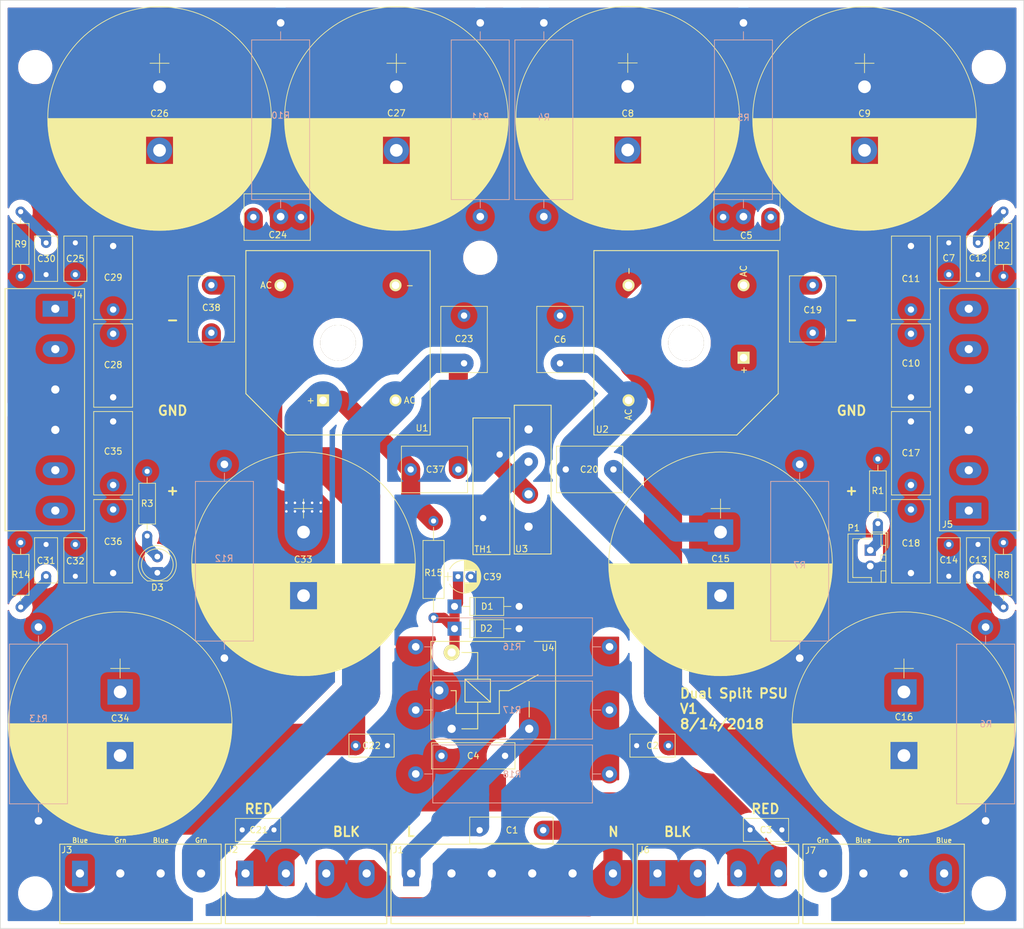
<source format=kicad_pcb>
(kicad_pcb (version 4) (host pcbnew 4.0.7-e2-6376~58~ubuntu16.04.1)
  (layers (0 F.Cu signal) (31 B.Cu signal) (34 B.Paste user) (35 F.Paste user) (36 B.SilkS user) (37 F.SilkS user) (38 B.Mask user hide) (39 F.Mask user hide) (44 Edge.Cuts user))
  (net 0 "")
  (net 1 "Net-(C1-Pad1)")
  (net 2 "Net-(C1-Pad2)")
  (net 3 "Net-(C4-Pad1)")
  (net 4 GND)
  (net 5 VEE)
  (net 6 VCC)
  (net 7 Earth)
  (net 8 "Net-(D3-Pad2)")
  (net 9 "Net-(C19-Pad1)")
  (net 10 "Net-(C20-Pad2)")
  (net 11 VSS)
  (net 12 "Net-(C12-Pad2)")
  (net 13 "Net-(C13-Pad1)")
  (net 14 VDD)
  (net 15 "Net-(C21-Pad1)")
  (net 16 "Net-(C22-Pad1)")
  (net 17 "Net-(C30-Pad2)")
  (net 18 "Net-(C31-Pad1)")
  (net 19 "Net-(C39-Pad1)")
  (net 20 "Net-(P1-Pad1)")
  (module Mounting_Holes:MountingHole_3.2mm_M3_ISO14580 (layer F.Cu) (at 48.4 156.95)
    (fp_text reference REF** hide)
    (fp_text value MountingHole_3.2mm_M3_ISO14580)
    (pad 1 np_thru_hole circle (at 0 0) (size 3.2 3.2) (drill 3.2) (layers *.Cu *.Mask))
  )
  (module Mounting_Holes:MountingHole_3.2mm_M3_ISO14580 (layer F.Cu) (at 118.4 56.95)
    (fp_text reference REF** hide)
    (fp_text value MountingHole_3.2mm_M3_ISO14580)
    (pad 1 np_thru_hole circle (at 0 0) (size 3.2 3.2) (drill 3.2) (layers *.Cu *.Mask))
  )
  (module Mounting_Holes:MountingHole_3.2mm_M3_ISO14580 (layer F.Cu) (at 198.4 26.95)
    (fp_text reference REF** hide)
    (fp_text value MountingHole_3.2mm_M3_ISO14580)
    (pad 1 np_thru_hole circle (at 0 0) (size 3.2 3.2) (drill 3.2) (layers *.Cu *.Mask))
  )
  (module Mounting_Holes:MountingHole_3.2mm_M3_ISO14580 (layer F.Cu) (at 198.4 156.95)
    (fp_text reference REF** hide)
    (fp_text value MountingHole_3.2mm_M3_ISO14580)
    (pad 1 np_thru_hole circle (at 0 0) (size 3.2 3.2) (drill 3.2) (layers *.Cu *.Mask))
  )
  (module Mounting_Holes:MountingHole_3.2mm_M3_ISO14580 (layer F.Cu) (at 48.4 26.95)
    (fp_text reference REF** hide)
    (fp_text value MountingHole_3.2mm_M3_ISO14580)
    (pad 1 np_thru_hole circle (at 0 0) (size 3.2 3.2) (drill 3.2) (layers *.Cu *.Mask))
  )
  (module Capacitors_THT:C_Rect_L13.0mm_W4.0mm_P10.00mm_FKS3_FKP3_MKS4 (layer F.Cu) (at 128.3 147 180)
    (fp_text reference C1 (at 4.9 0 180) (layer F.SilkS))
    (fp_text value 0.01uF/400V)
    (pad 1 thru_hole circle (at 0 0 180) (size 2 2) (drill 1) (layers *.Cu *.Mask) (net 1 "Net-(C1-Pad1)"))
    (pad 2 thru_hole circle (at 10 0 180) (size 2 2) (drill 1) (layers *.Cu *.Mask) (net 2 "Net-(C1-Pad2)"))
  )
  (module Capacitors_THT:C_Rect_L13.0mm_W4.0mm_P10.00mm_FKS3_FKP3_MKS4 (layer F.Cu) (at 112.3 135.3)
    (fp_text reference C4 (at 5 0) (layer F.SilkS))
    (fp_text value 0.01uF/400V)
    (pad 1 thru_hole circle (at 0 0) (size 2 2) (drill 1) (layers *.Cu *.Mask) (net 3 "Net-(C4-Pad1)"))
    (pad 2 thru_hole circle (at 10 0) (size 2 2) (drill 1) (layers *.Cu *.Mask) (net 2 "Net-(C1-Pad2)"))
  )
  (module Diodes_THT:D_DO-41_SOD81_P10.16mm_Horizontal (layer F.Cu) (at 114.35 111.8)
    (fp_text reference D1 (at 5.15 0) (layer F.SilkS))
    (fp_text value 1N4004)
    (pad 1 thru_hole rect (at 0 0) (size 2.2 2.2) (drill 1.1) (layers *.Cu *.Mask) (net 19 "Net-(C39-Pad1)"))
    (pad 2 thru_hole oval (at 10.16 0) (size 2.2 2.2) (drill 1.1) (layers *.Cu *.Mask) (net 7 Earth))
  )
  (module LEDs:LED_D5.0mm (layer F.Cu) (at 67.6 106.5 90)
    (fp_text reference D3 (at -2.3 0 180) (layer F.SilkS))
    (fp_text value LED)
    (pad 1 thru_hole rect (at 0 0 90) (size 1.8 1.8) (drill 0.9) (layers *.Cu *.Mask) (net 4 GND))
    (pad 2 thru_hole circle (at 2.54 0 90) (size 1.8 1.8) (drill 0.9) (layers *.Cu *.Mask) (net 8 "Net-(D3-Pad2)"))
  )
  (module footprints:Phoenix-MKDS-4 (layer F.Cu) (at 91 153.8)
    (fp_text reference J2 (at -11.55 -3.75) (layer F.SilkS))
    (fp_text value Conn_01x04)
    (pad 4 thru_hole oval (at 9.525 0) (size 2.5 4) (drill 1.3) (layers *.Cu *.Mask) (net 1 "Net-(C1-Pad1)"))
    (pad 1 thru_hole rect (at -9.525 0) (size 2.5 4) (drill 1.3) (layers *.Cu *.Mask) (net 3 "Net-(C4-Pad1)"))
    (pad 2 thru_hole oval (at -3.175 0) (size 2.5 4) (drill 1.3) (layers *.Cu *.Mask) (net 3 "Net-(C4-Pad1)"))
    (pad 3 thru_hole oval (at 3.175 0) (size 2.5 4) (drill 1.3) (layers *.Cu *.Mask) (net 1 "Net-(C1-Pad1)"))
  )
  (module footprints:Phoenix-MKDS-4 (layer F.Cu) (at 64.95 153.8)
    (fp_text reference J3 (at -11.6 -3.7) (layer F.SilkS))
    (fp_text value Conn_01x04)
    (pad 4 thru_hole oval (at 9.525 0) (size 2.5 4) (drill 1.3) (layers *.Cu *.Mask) (net 15 "Net-(C21-Pad1)"))
    (pad 1 thru_hole rect (at -9.525 0) (size 2.5 4) (drill 1.3) (layers *.Cu *.Mask) (net 16 "Net-(C22-Pad1)"))
    (pad 2 thru_hole oval (at -3.175 0) (size 2.5 4) (drill 1.3) (layers *.Cu *.Mask) (net 4 GND))
    (pad 3 thru_hole oval (at 3.175 0) (size 2.5 4) (drill 1.3) (layers *.Cu *.Mask) (net 4 GND))
  )
  (module Resistors_THT:R_Axial_DIN0207_L6.3mm_D2.5mm_P10.16mm_Horizontal (layer F.Cu) (at 180.95 88.6 270)
    (fp_text reference R1 (at 5 0 360) (layer F.SilkS))
    (fp_text value 205Ω)
    (pad 1 thru_hole circle (at 0 0 270) (size 1.6 1.6) (drill 0.8) (layers *.Cu *.Mask) (net 14 VDD))
    (pad 2 thru_hole oval (at 10.16 0 270) (size 1.6 1.6) (drill 0.8) (layers *.Cu *.Mask) (net 20 "Net-(P1-Pad1)"))
  )
  (module Resistors_THT:R_Axial_DIN0207_L6.3mm_D2.5mm_P10.16mm_Horizontal (layer F.Cu) (at 66 90.55 270)
    (fp_text reference R3 (at 5.05 0 360) (layer F.SilkS))
    (fp_text value 205Ω)
    (pad 1 thru_hole circle (at 0 0 270) (size 1.6 1.6) (drill 0.8) (layers *.Cu *.Mask) (net 6 VCC))
    (pad 2 thru_hole oval (at 10.16 0 270) (size 1.6 1.6) (drill 0.8) (layers *.Cu *.Mask) (net 8 "Net-(D3-Pad2)"))
  )
  (module Varistors:RV_Disc_D21.5_W5.8_P10 (layer F.Cu) (at 121.45 87.9 270)
    (fp_text reference TH1 (at 14.9 2.6 360) (layer F.SilkS))
    (fp_text value CL-60)
    (pad 1 thru_hole circle (at 0 0 270) (size 2 2) (drill 1) (layers *.Cu *.Mask) (net 4 GND))
    (pad 2 thru_hole circle (at 10 2.6 270) (size 2 2) (drill 1) (layers *.Cu *.Mask) (net 7 Earth))
  )
  (module p_rectifier:GBPC-W (layer F.Cu) (at 96.025 70.325)
    (fp_text reference U1 (at 13.225 13.425) (layer F.SilkS))
    (fp_text value Bridge)
    (fp_text user AC (at -11.3 -9.05) (layer F.SilkS))
    (fp_text user AC (at 11.3 9.05) (layer F.SilkS))
    (fp_text user - (at 11.3 -9.05) (layer F.SilkS))
    (fp_text user + (at -4.3 9.05) (layer F.SilkS))
    (pad 2 thru_hole circle (at 9.05 -9.05) (size 1.9 1.9) (drill 1.2) (layers *.Cu *.Mask F.SilkS) (net 5 VEE))
    (pad 4 thru_hole circle (at -9.05 -9.05) (size 1.9 1.9) (drill 1.2) (layers *.Cu *.Mask F.SilkS) (net 16 "Net-(C22-Pad1)"))
    (pad 3 thru_hole circle (at 9.05 9.05) (size 1.9 1.9) (drill 1.2) (layers *.Cu *.Mask F.SilkS) (net 15 "Net-(C21-Pad1)"))
    (pad 1 thru_hole rect (at -2.35 9.05) (size 1.9 1.9) (drill 1.2) (layers *.Cu *.Mask F.SilkS) (net 6 VCC))
    (pad ~ thru_hole circle (at 0 0) (size 5.6 5.6) (drill 5.6) (layers *.Cu *.Mask F.SilkS))
  )
  (module footprints:Phoenix-MKDS-6 (layer F.Cu) (at 51.55 80.85 270)
    (fp_text reference J4 (at -18.05 -3.45 360) (layer F.SilkS))
    (fp_text value Conn_01x06)
    (pad 6 thru_hole oval (at 15.875 0 270) (size 2.5 4) (drill 1.3) (layers *.Cu *.Mask) (net 6 VCC))
    (pad 1 thru_hole rect (at -15.875 0 270) (size 2.5 4) (drill 1.3) (layers *.Cu *.Mask) (net 5 VEE))
    (pad 5 thru_hole oval (at 9.525 0 270) (size 2.5 4) (drill 1.3) (layers *.Cu *.Mask) (net 6 VCC))
    (pad 2 thru_hole oval (at -9.525 0 270) (size 2.5 4) (drill 1.3) (layers *.Cu *.Mask) (net 5 VEE))
    (pad 3 thru_hole oval (at -3.175 0 270) (size 2.5 4) (drill 1.3) (layers *.Cu *.Mask) (net 4 GND))
    (pad 4 thru_hole oval (at 3.175 0 270) (size 2.5 4) (drill 1.3) (layers *.Cu *.Mask) (net 4 GND))
  )
  (module Capacitors_THT:C_Rect_L7.0mm_W3.5mm_P5.00mm (layer F.Cu) (at 148 133.7 180)
    (fp_text reference C2 (at 2.5 0 180) (layer F.SilkS))
    (fp_text value 0.1uF/100V)
    (pad 1 thru_hole circle (at 0 0 180) (size 1.6 1.6) (drill 0.8) (layers *.Cu *.Mask) (net 9 "Net-(C19-Pad1)"))
    (pad 2 thru_hole circle (at 5 0 180) (size 1.6 1.6) (drill 0.8) (layers *.Cu *.Mask) (net 7 Earth))
  )
  (module Capacitors_THT:C_Rect_L7.0mm_W3.5mm_P5.00mm (layer F.Cu) (at 165.85 146.95 180)
    (fp_text reference C3 (at 2.5 0 180) (layer F.SilkS))
    (fp_text value 0.1uF/100V)
    (pad 1 thru_hole circle (at 0 0 180) (size 1.6 1.6) (drill 0.8) (layers *.Cu *.Mask) (net 10 "Net-(C20-Pad2)"))
    (pad 2 thru_hole circle (at 5 0 180) (size 1.6 1.6) (drill 0.8) (layers *.Cu *.Mask) (net 7 Earth))
  )
  (module Capacitors_THT:C_Rect_L10.3mm_W7.2mm_P7.50mm_MKS4 (layer F.Cu) (at 164.1 50.55 180)
    (fp_text reference C5 (at 3.85 -2.9 180) (layer F.SilkS))
    (fp_text value 0.1uF/250V)
    (pad 1 thru_hole circle (at 0 0 180) (size 2 2) (drill 1) (layers *.Cu *.Mask) (net 9 "Net-(C19-Pad1)"))
    (pad 2 thru_hole circle (at 7.5 0 180) (size 2 2) (drill 1) (layers *.Cu *.Mask) (net 11 VSS))
  )
  (module Capacitors_THT:C_Rect_L10.3mm_W7.2mm_P7.50mm_MKS4 (layer F.Cu) (at 130.95 66.05 270)
    (fp_text reference C6 (at 3.75 0 360) (layer F.SilkS))
    (fp_text value 0.1uF/250V)
    (pad 1 thru_hole circle (at 0 0 270) (size 2 2) (drill 1) (layers *.Cu *.Mask) (net 11 VSS))
    (pad 2 thru_hole circle (at 7.5 0 270) (size 2 2) (drill 1) (layers *.Cu *.Mask) (net 10 "Net-(C20-Pad2)"))
  )
  (module Capacitors_THT:C_Rect_L7.0mm_W3.5mm_P5.00mm (layer F.Cu) (at 192.1 54.6 270)
    (fp_text reference C7 (at 2.4 0 360) (layer F.SilkS))
    (fp_text value 0.1uF/100V)
    (pad 1 thru_hole circle (at 0 0 270) (size 1.6 1.6) (drill 0.8) (layers *.Cu *.Mask) (net 4 GND))
    (pad 2 thru_hole circle (at 5 0 270) (size 1.6 1.6) (drill 0.8) (layers *.Cu *.Mask) (net 11 VSS))
  )
  (module Capacitors_THT:CP_Radial_D35.0mm_P10.00mm_SnapIn (layer F.Cu) (at 141.6 30 270)
    (fp_text reference C8 (at 4.25 0 360) (layer F.SilkS))
    (fp_text value 10000uF/50V)
    (pad 1 thru_hole rect (at 0 0 270) (size 4 4) (drill 2) (layers *.Cu *.Mask) (net 4 GND))
    (pad 2 thru_hole circle (at 10 0 270) (size 4 4) (drill 2) (layers *.Cu *.Mask) (net 11 VSS))
  )
  (module Capacitors_THT:CP_Radial_D35.0mm_P10.00mm_SnapIn (layer F.Cu) (at 178.85 30.05 270)
    (fp_text reference C9 (at 4.2 0 360) (layer F.SilkS))
    (fp_text value 10000uF/50V)
    (pad 1 thru_hole rect (at 0 0 270) (size 4 4) (drill 2) (layers *.Cu *.Mask) (net 4 GND))
    (pad 2 thru_hole circle (at 10 0 270) (size 4 4) (drill 2) (layers *.Cu *.Mask) (net 11 VSS))
  )
  (module Capacitors_THT:C_Rect_L13.0mm_W6.0mm_P10.00mm_FKS3_FKP3_MKS4 (layer F.Cu) (at 186.15 78.9 90)
    (fp_text reference C10 (at 5.35 0 180) (layer F.SilkS))
    (fp_text value 1uF/100V)
    (pad 1 thru_hole circle (at 0 0 90) (size 2 2) (drill 1) (layers *.Cu *.Mask) (net 4 GND))
    (pad 2 thru_hole circle (at 10 0 90) (size 2 2) (drill 1) (layers *.Cu *.Mask) (net 11 VSS))
  )
  (module Capacitors_THT:C_Rect_L13.0mm_W6.0mm_P10.00mm_FKS3_FKP3_MKS4 (layer F.Cu) (at 186.15 55.1 270)
    (fp_text reference C11 (at 5.15 0 360) (layer F.SilkS))
    (fp_text value 1uF/100V)
    (pad 1 thru_hole circle (at 0 0 270) (size 2 2) (drill 1) (layers *.Cu *.Mask) (net 4 GND))
    (pad 2 thru_hole circle (at 10 0 270) (size 2 2) (drill 1) (layers *.Cu *.Mask) (net 11 VSS))
  )
  (module Capacitors_THT:C_Rect_L7.0mm_W3.5mm_P5.00mm (layer F.Cu) (at 196.7 59.6 90)
    (fp_text reference C12 (at 2.6 0 180) (layer F.SilkS))
    (fp_text value 0.1uF)
    (pad 1 thru_hole circle (at 0 0 90) (size 1.6 1.6) (drill 0.8) (layers *.Cu *.Mask) (net 4 GND))
    (pad 2 thru_hole circle (at 5 0 90) (size 1.6 1.6) (drill 0.8) (layers *.Cu *.Mask) (net 12 "Net-(C12-Pad2)"))
  )
  (module Capacitors_THT:C_Rect_L7.0mm_W3.5mm_P5.00mm (layer F.Cu) (at 196.7 107.05 90)
    (fp_text reference C13 (at 2.55 0 180) (layer F.SilkS))
    (fp_text value 0.1uF)
    (pad 1 thru_hole circle (at 0 0 90) (size 1.6 1.6) (drill 0.8) (layers *.Cu *.Mask) (net 13 "Net-(C13-Pad1)"))
    (pad 2 thru_hole circle (at 5 0 90) (size 1.6 1.6) (drill 0.8) (layers *.Cu *.Mask) (net 4 GND))
  )
  (module Capacitors_THT:C_Rect_L7.0mm_W3.5mm_P5.00mm (layer F.Cu) (at 192.1 102.05 270)
    (fp_text reference C14 (at 2.45 0 360) (layer F.SilkS))
    (fp_text value 0.1uF/100V)
    (pad 1 thru_hole circle (at 0 0 270) (size 1.6 1.6) (drill 0.8) (layers *.Cu *.Mask) (net 14 VDD))
    (pad 2 thru_hole circle (at 5 0 270) (size 1.6 1.6) (drill 0.8) (layers *.Cu *.Mask) (net 4 GND))
  )
  (module Capacitors_THT:CP_Radial_D35.0mm_P10.00mm_SnapIn (layer F.Cu) (at 156.2 100.1 270)
    (fp_text reference C15 (at 4.2 0 360) (layer F.SilkS))
    (fp_text value 10000uF/50V)
    (pad 1 thru_hole rect (at 0 0 270) (size 4 4) (drill 2) (layers *.Cu *.Mask) (net 14 VDD))
    (pad 2 thru_hole circle (at 10 0 270) (size 4 4) (drill 2) (layers *.Cu *.Mask) (net 4 GND))
  )
  (module Capacitors_THT:CP_Radial_D35.0mm_P10.00mm_SnapIn (layer F.Cu) (at 185.05 125.25 270)
    (fp_text reference C16 (at 3.95 0 360) (layer F.SilkS))
    (fp_text value 10000uF/50V)
    (pad 1 thru_hole rect (at 0 0 270) (size 4 4) (drill 2) (layers *.Cu *.Mask) (net 14 VDD))
    (pad 2 thru_hole circle (at 10 0 270) (size 4 4) (drill 2) (layers *.Cu *.Mask) (net 4 GND))
  )
  (module Capacitors_THT:C_Rect_L13.0mm_W6.0mm_P10.00mm_FKS3_FKP3_MKS4 (layer F.Cu) (at 186.15 92.7 90)
    (fp_text reference C17 (at 5.05 0 180) (layer F.SilkS))
    (fp_text value 1uF/100V)
    (pad 1 thru_hole circle (at 0 0 90) (size 2 2) (drill 1) (layers *.Cu *.Mask) (net 14 VDD))
    (pad 2 thru_hole circle (at 10 0 90) (size 2 2) (drill 1) (layers *.Cu *.Mask) (net 4 GND))
  )
  (module Capacitors_THT:C_Rect_L13.0mm_W6.0mm_P10.00mm_FKS3_FKP3_MKS4 (layer F.Cu) (at 186.15 96.55 270)
    (fp_text reference C18 (at 5.3 0 360) (layer F.SilkS))
    (fp_text value 1uF/100V)
    (pad 1 thru_hole circle (at 0 0 270) (size 2 2) (drill 1) (layers *.Cu *.Mask) (net 14 VDD))
    (pad 2 thru_hole circle (at 10 0 270) (size 2 2) (drill 1) (layers *.Cu *.Mask) (net 4 GND))
  )
  (module Capacitors_THT:C_Rect_L10.3mm_W7.2mm_P7.50mm_MKS4 (layer F.Cu) (at 170.7 61.25 270)
    (fp_text reference C19 (at 3.9 0 360) (layer F.SilkS))
    (fp_text value 0.1uF/250V)
    (pad 1 thru_hole circle (at 0 0 270) (size 2 2) (drill 1) (layers *.Cu *.Mask) (net 9 "Net-(C19-Pad1)"))
    (pad 2 thru_hole circle (at 7.5 0 270) (size 2 2) (drill 1) (layers *.Cu *.Mask) (net 14 VDD))
  )
  (module Capacitors_THT:C_Rect_L10.3mm_W7.2mm_P7.50mm_MKS4 (layer F.Cu) (at 139.35 90.25 180)
    (fp_text reference C20 (at 3.8 0 180) (layer F.SilkS))
    (fp_text value 0.1uF/250V)
    (pad 1 thru_hole circle (at 0 0 180) (size 2 2) (drill 1) (layers *.Cu *.Mask) (net 14 VDD))
    (pad 2 thru_hole circle (at 7.5 0 180) (size 2 2) (drill 1) (layers *.Cu *.Mask) (net 10 "Net-(C20-Pad2)"))
  )
  (module Capacitors_THT:C_Rect_L7.0mm_W3.5mm_P5.00mm (layer F.Cu) (at 80.95 146.95)
    (fp_text reference C21 (at 2.6 0) (layer F.SilkS))
    (fp_text value 0.1uF/100V)
    (pad 1 thru_hole circle (at 0 0) (size 1.6 1.6) (drill 0.8) (layers *.Cu *.Mask) (net 15 "Net-(C21-Pad1)"))
    (pad 2 thru_hole circle (at 5 0) (size 1.6 1.6) (drill 0.8) (layers *.Cu *.Mask) (net 7 Earth))
  )
  (module Capacitors_THT:C_Rect_L7.0mm_W3.5mm_P5.00mm (layer F.Cu) (at 98.8 133.7)
    (fp_text reference C22 (at 2.5 0) (layer F.SilkS))
    (fp_text value 0.1uF/100V)
    (pad 1 thru_hole circle (at 0 0) (size 1.6 1.6) (drill 0.8) (layers *.Cu *.Mask) (net 16 "Net-(C22-Pad1)"))
    (pad 2 thru_hole circle (at 5 0) (size 1.6 1.6) (drill 0.8) (layers *.Cu *.Mask) (net 7 Earth))
  )
  (module Capacitors_THT:C_Rect_L10.3mm_W7.2mm_P7.50mm_MKS4 (layer F.Cu) (at 115.85 73.55 90)
    (fp_text reference C23 (at 3.85 0 180) (layer F.SilkS))
    (fp_text value 0.1uF/250V)
    (pad 1 thru_hole circle (at 0 0 90) (size 2 2) (drill 1) (layers *.Cu *.Mask) (net 15 "Net-(C21-Pad1)"))
    (pad 2 thru_hole circle (at 7.5 0 90) (size 2 2) (drill 1) (layers *.Cu *.Mask) (net 5 VEE))
  )
  (module Capacitors_THT:C_Rect_L10.3mm_W7.2mm_P7.50mm_MKS4 (layer F.Cu) (at 90.2 50.55 180)
    (fp_text reference C24 (at 3.65 -2.8 180) (layer F.SilkS))
    (fp_text value 0.1uF/250V)
    (pad 1 thru_hole circle (at 0 0 180) (size 2 2) (drill 1) (layers *.Cu *.Mask) (net 5 VEE))
    (pad 2 thru_hole circle (at 7.5 0 180) (size 2 2) (drill 1) (layers *.Cu *.Mask) (net 16 "Net-(C22-Pad1)"))
  )
  (module Capacitors_THT:C_Rect_L7.0mm_W3.5mm_P5.00mm (layer F.Cu) (at 54.7 54.6 270)
    (fp_text reference C25 (at 2.5 0 360) (layer F.SilkS))
    (fp_text value 0.1uF/100V)
    (pad 1 thru_hole circle (at 0 0 270) (size 1.6 1.6) (drill 0.8) (layers *.Cu *.Mask) (net 4 GND))
    (pad 2 thru_hole circle (at 5 0 270) (size 1.6 1.6) (drill 0.8) (layers *.Cu *.Mask) (net 5 VEE))
  )
  (module Capacitors_THT:CP_Radial_D35.0mm_P10.00mm_SnapIn (layer F.Cu) (at 67.95 30.05 270)
    (fp_text reference C26 (at 4.2 0 360) (layer F.SilkS))
    (fp_text value 10000uF/50V)
    (pad 1 thru_hole rect (at 0 0 270) (size 4 4) (drill 2) (layers *.Cu *.Mask) (net 4 GND))
    (pad 2 thru_hole circle (at 10 0 270) (size 4 4) (drill 2) (layers *.Cu *.Mask) (net 5 VEE))
  )
  (module Capacitors_THT:CP_Radial_D35.0mm_P10.00mm_SnapIn (layer F.Cu) (at 105.2 30.05 270)
    (fp_text reference C27 (at 4.15 0 360) (layer F.SilkS))
    (fp_text value 10000uF/50V)
    (pad 1 thru_hole rect (at 0 0 270) (size 4 4) (drill 2) (layers *.Cu *.Mask) (net 4 GND))
    (pad 2 thru_hole circle (at 10 0 270) (size 4 4) (drill 2) (layers *.Cu *.Mask) (net 5 VEE))
  )
  (module Capacitors_THT:C_Rect_L13.0mm_W6.0mm_P10.00mm_FKS3_FKP3_MKS4 (layer F.Cu) (at 60.65 78.9 90)
    (fp_text reference C28 (at 5.1 0 180) (layer F.SilkS))
    (fp_text value 1uF/100V)
    (pad 1 thru_hole circle (at 0 0 90) (size 2 2) (drill 1) (layers *.Cu *.Mask) (net 4 GND))
    (pad 2 thru_hole circle (at 10 0 90) (size 2 2) (drill 1) (layers *.Cu *.Mask) (net 5 VEE))
  )
  (module Capacitors_THT:C_Rect_L13.0mm_W6.0mm_P10.00mm_FKS3_FKP3_MKS4 (layer F.Cu) (at 60.65 55.1 270)
    (fp_text reference C29 (at 4.95 0 360) (layer F.SilkS))
    (fp_text value 1uF/100V)
    (pad 1 thru_hole circle (at 0 0 270) (size 2 2) (drill 1) (layers *.Cu *.Mask) (net 4 GND))
    (pad 2 thru_hole circle (at 10 0 270) (size 2 2) (drill 1) (layers *.Cu *.Mask) (net 5 VEE))
  )
  (module Capacitors_THT:C_Rect_L7.0mm_W3.5mm_P5.00mm (layer F.Cu) (at 50.1 59.6 90)
    (fp_text reference C30 (at 2.5 0.05 180) (layer F.SilkS))
    (fp_text value 0.1uF)
    (pad 1 thru_hole circle (at 0 0 90) (size 1.6 1.6) (drill 0.8) (layers *.Cu *.Mask) (net 4 GND))
    (pad 2 thru_hole circle (at 5 0 90) (size 1.6 1.6) (drill 0.8) (layers *.Cu *.Mask) (net 17 "Net-(C30-Pad2)"))
  )
  (module Capacitors_THT:C_Rect_L7.0mm_W3.5mm_P5.00mm (layer F.Cu) (at 50.1 107.05 90)
    (fp_text reference C31 (at 2.45 0 180) (layer F.SilkS))
    (fp_text value 0.1uF)
    (pad 1 thru_hole circle (at 0 0 90) (size 1.6 1.6) (drill 0.8) (layers *.Cu *.Mask) (net 18 "Net-(C31-Pad1)"))
    (pad 2 thru_hole circle (at 5 0 90) (size 1.6 1.6) (drill 0.8) (layers *.Cu *.Mask) (net 4 GND))
  )
  (module Capacitors_THT:C_Rect_L7.0mm_W3.5mm_P5.00mm (layer F.Cu) (at 54.7 102.05 270)
    (fp_text reference C32 (at 2.6 0 360) (layer F.SilkS))
    (fp_text value 0.1uF/100V)
    (pad 1 thru_hole circle (at 0 0 270) (size 1.6 1.6) (drill 0.8) (layers *.Cu *.Mask) (net 6 VCC))
    (pad 2 thru_hole circle (at 5 0 270) (size 1.6 1.6) (drill 0.8) (layers *.Cu *.Mask) (net 4 GND))
  )
  (module Capacitors_THT:CP_Radial_D35.0mm_P10.00mm_SnapIn (layer F.Cu) (at 90.6 100.1 270)
    (fp_text reference C33 (at 4.3 0.05 360) (layer F.SilkS))
    (fp_text value 10000uF/50V)
    (pad 1 thru_hole rect (at 0 0 270) (size 4 4) (drill 2) (layers *.Cu *.Mask) (net 6 VCC))
    (pad 2 thru_hole circle (at 10 0 270) (size 4 4) (drill 2) (layers *.Cu *.Mask) (net 4 GND))
  )
  (module Capacitors_THT:CP_Radial_D35.0mm_P10.00mm_SnapIn (layer F.Cu) (at 61.75 125.25 270)
    (fp_text reference C34 (at 4.15 0 360) (layer F.SilkS))
    (fp_text value 10000uF/50V)
    (pad 1 thru_hole rect (at 0 0 270) (size 4 4) (drill 2) (layers *.Cu *.Mask) (net 6 VCC))
    (pad 2 thru_hole circle (at 10 0 270) (size 4 4) (drill 2) (layers *.Cu *.Mask) (net 4 GND))
  )
  (module Capacitors_THT:C_Rect_L13.0mm_W6.0mm_P10.00mm_FKS3_FKP3_MKS4 (layer F.Cu) (at 60.65 92.7 90)
    (fp_text reference C35 (at 5.3 0 180) (layer F.SilkS))
    (fp_text value 1uF/100V)
    (pad 1 thru_hole circle (at 0 0 90) (size 2 2) (drill 1) (layers *.Cu *.Mask) (net 6 VCC))
    (pad 2 thru_hole circle (at 10 0 90) (size 2 2) (drill 1) (layers *.Cu *.Mask) (net 4 GND))
  )
  (module Capacitors_THT:C_Rect_L13.0mm_W6.0mm_P10.00mm_FKS3_FKP3_MKS4 (layer F.Cu) (at 60.65 96.55 270)
    (fp_text reference C36 (at 5.05 0 360) (layer F.SilkS))
    (fp_text value 1uF/100V)
    (pad 1 thru_hole circle (at 0 0 270) (size 2 2) (drill 1) (layers *.Cu *.Mask) (net 6 VCC))
    (pad 2 thru_hole circle (at 10 0 270) (size 2 2) (drill 1) (layers *.Cu *.Mask) (net 4 GND))
  )
  (module Capacitors_THT:C_Rect_L10.3mm_W7.2mm_P7.50mm_MKS4 (layer F.Cu) (at 114.95 90.25 180)
    (fp_text reference C37 (at 3.65 0 180) (layer F.SilkS))
    (fp_text value 0.1uF/250V)
    (pad 1 thru_hole circle (at 0 0 180) (size 2 2) (drill 1) (layers *.Cu *.Mask) (net 15 "Net-(C21-Pad1)"))
    (pad 2 thru_hole circle (at 7.5 0 180) (size 2 2) (drill 1) (layers *.Cu *.Mask) (net 6 VCC))
  )
  (module Capacitors_THT:C_Rect_L10.3mm_W7.2mm_P7.50mm_MKS4 (layer F.Cu) (at 76.1 68.75 90)
    (fp_text reference C38 (at 3.95 0 180) (layer F.SilkS))
    (fp_text value 0.1uF/250V)
    (pad 1 thru_hole circle (at 0 0 90) (size 2 2) (drill 1) (layers *.Cu *.Mask) (net 6 VCC))
    (pad 2 thru_hole circle (at 7.5 0 90) (size 2 2) (drill 1) (layers *.Cu *.Mask) (net 16 "Net-(C22-Pad1)"))
  )
  (module Capacitors_THT:CP_Radial_D5.0mm_P2.00mm (layer F.Cu) (at 114.9 107.1)
    (fp_text reference C39 (at 5.4 0.05) (layer F.SilkS))
    (fp_text value 1uF/63V)
    (pad 1 thru_hole rect (at 0 0) (size 1.6 1.6) (drill 0.8) (layers *.Cu *.Mask) (net 19 "Net-(C39-Pad1)"))
    (pad 2 thru_hole circle (at 2 0) (size 1.6 1.6) (drill 0.8) (layers *.Cu *.Mask) (net 7 Earth))
  )
  (module Diodes_THT:D_DO-41_SOD81_P10.16mm_Horizontal (layer F.Cu) (at 114.35 115.3)
    (fp_text reference D2 (at 5 -0.05) (layer F.SilkS))
    (fp_text value 20V/2W)
    (pad 1 thru_hole rect (at 0 0) (size 2.2 2.2) (drill 1.1) (layers *.Cu *.Mask) (net 19 "Net-(C39-Pad1)"))
    (pad 2 thru_hole oval (at 10.16 0) (size 2.2 2.2) (drill 1.1) (layers *.Cu *.Mask) (net 7 Earth))
  )
  (module footprints:Phoenix-MKDS-6 (layer F.Cu) (at 195.25 80.85 90)
    (fp_text reference J5 (at -18.05 -3.35 180) (layer F.SilkS))
    (fp_text value Conn_01x06)
    (pad 6 thru_hole oval (at 15.875 0 90) (size 2.5 4) (drill 1.3) (layers *.Cu *.Mask) (net 11 VSS))
    (pad 1 thru_hole rect (at -15.875 0 90) (size 2.5 4) (drill 1.3) (layers *.Cu *.Mask) (net 14 VDD))
    (pad 5 thru_hole oval (at 9.525 0 90) (size 2.5 4) (drill 1.3) (layers *.Cu *.Mask) (net 11 VSS))
    (pad 2 thru_hole oval (at -9.525 0 90) (size 2.5 4) (drill 1.3) (layers *.Cu *.Mask) (net 14 VDD))
    (pad 3 thru_hole oval (at -3.175 0 90) (size 2.5 4) (drill 1.3) (layers *.Cu *.Mask) (net 4 GND))
    (pad 4 thru_hole oval (at 3.175 0 90) (size 2.5 4) (drill 1.3) (layers *.Cu *.Mask) (net 4 GND))
  )
  (module footprints:Phoenix-MKDS-4 (layer F.Cu) (at 155.8 153.8)
    (fp_text reference J6 (at -11.6 -3.7) (layer F.SilkS))
    (fp_text value Conn_01x04)
    (pad 4 thru_hole oval (at 9.525 0) (size 2.5 4) (drill 1.3) (layers *.Cu *.Mask) (net 3 "Net-(C4-Pad1)"))
    (pad 1 thru_hole rect (at -9.525 0) (size 2.5 4) (drill 1.3) (layers *.Cu *.Mask) (net 1 "Net-(C1-Pad1)"))
    (pad 2 thru_hole oval (at -3.175 0) (size 2.5 4) (drill 1.3) (layers *.Cu *.Mask) (net 1 "Net-(C1-Pad1)"))
    (pad 3 thru_hole oval (at 3.175 0) (size 2.5 4) (drill 1.3) (layers *.Cu *.Mask) (net 3 "Net-(C4-Pad1)"))
  )
  (module footprints:Phoenix-MKDS-4 (layer F.Cu) (at 181.85 153.8)
    (fp_text reference J7 (at -11.5 -3.6) (layer F.SilkS))
    (fp_text value Conn_01x04)
    (pad 4 thru_hole oval (at 9.525 0) (size 2.5 4) (drill 1.3) (layers *.Cu *.Mask) (net 9 "Net-(C19-Pad1)"))
    (pad 1 thru_hole rect (at -9.525 0) (size 2.5 4) (drill 1.3) (layers *.Cu *.Mask) (net 10 "Net-(C20-Pad2)"))
    (pad 2 thru_hole oval (at -3.175 0) (size 2.5 4) (drill 1.3) (layers *.Cu *.Mask) (net 4 GND))
    (pad 3 thru_hole oval (at 3.175 0) (size 2.5 4) (drill 1.3) (layers *.Cu *.Mask) (net 4 GND))
  )
  (module Connectors_JST:JST_XH_B02B-XH-A_02x2.50mm_Straight (layer F.Cu) (at 179.75 102.95 270)
    (fp_text reference P1 (at -3.5 2.6 360) (layer F.SilkS))
    (fp_text value CONN_01X02)
    (pad 1 thru_hole rect (at 0 0 270) (size 1.75 1.75) (drill 1.05) (layers *.Cu *.Mask) (net 20 "Net-(P1-Pad1)"))
    (pad 2 thru_hole circle (at 2.5 0 270) (size 1.75 1.75) (drill 1.05) (layers *.Cu *.Mask) (net 4 GND))
  )
  (module Resistors_THT:R_Axial_DIN0207_L6.3mm_D2.5mm_P10.16mm_Horizontal (layer F.Cu) (at 200.7 49.7 270)
    (fp_text reference R2 (at 5.35 -0.05 360) (layer F.SilkS))
    (fp_text value 1Ω)
    (pad 1 thru_hole circle (at 0 0 270) (size 1.6 1.6) (drill 0.8) (layers *.Cu *.Mask) (net 12 "Net-(C12-Pad2)"))
    (pad 2 thru_hole oval (at 10.16 0 270) (size 1.6 1.6) (drill 0.8) (layers *.Cu *.Mask) (net 11 VSS))
  )
  (module Resistors_THT:R_Axial_Power_L25.0mm_W9.0mm_P30.48mm (layer B.Cu) (at 128.4 20 270)
    (fp_text reference R4 (at 14.85 0 360) (layer B.SilkS) (effects (justify mirror)))
    (fp_text value 2kΩ/5W)
    (pad 1 thru_hole circle (at 0 0 270) (size 2.4 2.4) (drill 1.2) (layers *.Cu *.Mask) (net 4 GND))
    (pad 2 thru_hole oval (at 30.48 0 270) (size 2.4 2.4) (drill 1.2) (layers *.Cu *.Mask) (net 11 VSS))
  )
  (module Resistors_THT:R_Axial_Power_L25.0mm_W9.0mm_P30.48mm (layer B.Cu) (at 159.8 20 270)
    (fp_text reference R5 (at 14.9 0 360) (layer B.SilkS) (effects (justify mirror)))
    (fp_text value 2kΩ/5W)
    (pad 1 thru_hole circle (at 0 0 270) (size 2.4 2.4) (drill 1.2) (layers *.Cu *.Mask) (net 4 GND))
    (pad 2 thru_hole oval (at 30.48 0 270) (size 2.4 2.4) (drill 1.2) (layers *.Cu *.Mask) (net 11 VSS))
  )
  (module Resistors_THT:R_Axial_Power_L25.0mm_W9.0mm_P30.48mm (layer B.Cu) (at 197.9 115.05 270)
    (fp_text reference R6 (at 15.25 -0.05 360) (layer B.SilkS) (effects (justify mirror)))
    (fp_text value 2kΩ/5W)
    (pad 1 thru_hole circle (at 0 0 270) (size 2.4 2.4) (drill 1.2) (layers *.Cu *.Mask) (net 14 VDD))
    (pad 2 thru_hole oval (at 30.48 0 270) (size 2.4 2.4) (drill 1.2) (layers *.Cu *.Mask) (net 4 GND))
  )
  (module Resistors_THT:R_Axial_Power_L25.0mm_W9.0mm_P30.48mm (layer B.Cu) (at 168.65 89.45 270)
    (fp_text reference R7 (at 15.85 0 360) (layer B.SilkS) (effects (justify mirror)))
    (fp_text value 2kΩ/5W)
    (pad 1 thru_hole circle (at 0 0 270) (size 2.4 2.4) (drill 1.2) (layers *.Cu *.Mask) (net 14 VDD))
    (pad 2 thru_hole oval (at 30.48 0 270) (size 2.4 2.4) (drill 1.2) (layers *.Cu *.Mask) (net 4 GND))
  )
  (module Resistors_THT:R_Axial_DIN0207_L6.3mm_D2.5mm_P10.16mm_Horizontal (layer F.Cu) (at 200.7 101.75 270)
    (fp_text reference R8 (at 5.1 0 360) (layer F.SilkS))
    (fp_text value 1Ω)
    (pad 1 thru_hole circle (at 0 0 270) (size 1.6 1.6) (drill 0.8) (layers *.Cu *.Mask) (net 14 VDD))
    (pad 2 thru_hole oval (at 10.16 0 270) (size 1.6 1.6) (drill 0.8) (layers *.Cu *.Mask) (net 13 "Net-(C13-Pad1)"))
  )
  (module Resistors_THT:R_Axial_DIN0207_L6.3mm_D2.5mm_P10.16mm_Horizontal (layer F.Cu) (at 46.1 49.7 270)
    (fp_text reference R9 (at 5.1 0 360) (layer F.SilkS))
    (fp_text value 1Ω)
    (pad 1 thru_hole circle (at 0 0 270) (size 1.6 1.6) (drill 0.8) (layers *.Cu *.Mask) (net 17 "Net-(C30-Pad2)"))
    (pad 2 thru_hole oval (at 10.16 0 270) (size 1.6 1.6) (drill 0.8) (layers *.Cu *.Mask) (net 5 VEE))
  )
  (module Resistors_THT:R_Axial_Power_L25.0mm_W9.0mm_P30.48mm (layer B.Cu) (at 87 20 270)
    (fp_text reference R10 (at 14.55 0 360) (layer B.SilkS) (effects (justify mirror)))
    (fp_text value 2kΩ/5W)
    (pad 1 thru_hole circle (at 0 0 270) (size 2.4 2.4) (drill 1.2) (layers *.Cu *.Mask) (net 4 GND))
    (pad 2 thru_hole oval (at 30.48 0 270) (size 2.4 2.4) (drill 1.2) (layers *.Cu *.Mask) (net 5 VEE))
  )
  (module Resistors_THT:R_Axial_Power_L25.0mm_W9.0mm_P30.48mm (layer B.Cu) (at 118.4 20 270)
    (fp_text reference R11 (at 14.75 0.05 360) (layer B.SilkS) (effects (justify mirror)))
    (fp_text value 2kΩ/5W)
    (pad 1 thru_hole circle (at 0 0 270) (size 2.4 2.4) (drill 1.2) (layers *.Cu *.Mask) (net 4 GND))
    (pad 2 thru_hole oval (at 30.48 0 270) (size 2.4 2.4) (drill 1.2) (layers *.Cu *.Mask) (net 5 VEE))
  )
  (module Resistors_THT:R_Axial_Power_L25.0mm_W9.0mm_P30.48mm (layer B.Cu) (at 78.15 89.45 270)
    (fp_text reference R12 (at 14.8 0.05 360) (layer B.SilkS) (effects (justify mirror)))
    (fp_text value 2kΩ/5W)
    (pad 1 thru_hole circle (at 0 0 270) (size 2.4 2.4) (drill 1.2) (layers *.Cu *.Mask) (net 6 VCC))
    (pad 2 thru_hole oval (at 30.48 0 270) (size 2.4 2.4) (drill 1.2) (layers *.Cu *.Mask) (net 4 GND))
  )
  (module Resistors_THT:R_Axial_Power_L25.0mm_W9.0mm_P30.48mm (layer B.Cu) (at 48.9 115.05 270)
    (fp_text reference R13 (at 14.4 0 360) (layer B.SilkS) (effects (justify mirror)))
    (fp_text value 2kΩ/5W)
    (pad 1 thru_hole circle (at 0 0 270) (size 2.4 2.4) (drill 1.2) (layers *.Cu *.Mask) (net 6 VCC))
    (pad 2 thru_hole oval (at 30.48 0 270) (size 2.4 2.4) (drill 1.2) (layers *.Cu *.Mask) (net 4 GND))
  )
  (module Resistors_THT:R_Axial_DIN0207_L6.3mm_D2.5mm_P10.16mm_Horizontal (layer F.Cu) (at 46.1 101.75 270)
    (fp_text reference R14 (at 5.05 -0.05 360) (layer F.SilkS))
    (fp_text value 1Ω)
    (pad 1 thru_hole circle (at 0 0 270) (size 1.6 1.6) (drill 0.8) (layers *.Cu *.Mask) (net 6 VCC))
    (pad 2 thru_hole oval (at 10.16 0 270) (size 1.6 1.6) (drill 0.8) (layers *.Cu *.Mask) (net 18 "Net-(C31-Pad1)"))
  )
  (module Resistors_THT:R_Axial_DIN0309_L9.0mm_D3.2mm_P15.24mm_Horizontal (layer F.Cu) (at 111.05 113.6 90)
    (fp_text reference R15 (at 7.1 0 180) (layer F.SilkS))
    (fp_text value 374Ω)
    (pad 1 thru_hole circle (at 0 0 90) (size 1.6 1.6) (drill 0.8) (layers *.Cu *.Mask) (net 19 "Net-(C39-Pad1)"))
    (pad 2 thru_hole oval (at 15.24 0 90) (size 1.6 1.6) (drill 0.8) (layers *.Cu *.Mask) (net 6 VCC))
  )
  (module Resistors_THT:R_Axial_Power_L25.0mm_W9.0mm_P30.48mm (layer B.Cu) (at 108.25 118.15)
    (fp_text reference R16 (at 15.15 0) (layer B.SilkS) (effects (justify mirror)))
    (fp_text value 68Ω/5W)
    (pad 1 thru_hole circle (at 0 0) (size 2.4 2.4) (drill 1.2) (layers *.Cu *.Mask) (net 3 "Net-(C4-Pad1)"))
    (pad 2 thru_hole oval (at 30.48 0) (size 2.4 2.4) (drill 1.2) (layers *.Cu *.Mask) (net 2 "Net-(C1-Pad2)"))
  )
  (module Resistors_THT:R_Axial_Power_L25.0mm_W9.0mm_P30.48mm (layer B.Cu) (at 108.25 128.1)
    (fp_text reference R17 (at 15.15 0) (layer B.SilkS) (effects (justify mirror)))
    (fp_text value 68Ω/5W)
    (pad 1 thru_hole circle (at 0 0) (size 2.4 2.4) (drill 1.2) (layers *.Cu *.Mask) (net 3 "Net-(C4-Pad1)"))
    (pad 2 thru_hole oval (at 30.48 0) (size 2.4 2.4) (drill 1.2) (layers *.Cu *.Mask) (net 2 "Net-(C1-Pad2)"))
  )
  (module Resistors_THT:R_Axial_Power_L25.0mm_W9.0mm_P30.48mm (layer B.Cu) (at 108.25 138.15)
    (fp_text reference R18 (at 15.15 0.05) (layer B.SilkS) (effects (justify mirror)))
    (fp_text value 68Ω/5W)
    (pad 1 thru_hole circle (at 0 0) (size 2.4 2.4) (drill 1.2) (layers *.Cu *.Mask) (net 3 "Net-(C4-Pad1)"))
    (pad 2 thru_hole oval (at 30.48 0) (size 2.4 2.4) (drill 1.2) (layers *.Cu *.Mask) (net 2 "Net-(C1-Pad2)"))
  )
  (module p_rectifier:GBPC-W (layer F.Cu) (at 150.775 70.325 90)
    (fp_text reference U2 (at -13.625 -13.175 180) (layer F.SilkS))
    (fp_text value Bridge)
    (fp_text user AC (at -11.3 -9.05 90) (layer F.SilkS))
    (fp_text user AC (at 11.3 9.05 90) (layer F.SilkS))
    (fp_text user - (at 11.3 -9.05 90) (layer F.SilkS))
    (fp_text user + (at -4.3 9.05 90) (layer F.SilkS))
    (pad 2 thru_hole circle (at 9.05 -9.05 90) (size 1.9 1.9) (drill 1.2) (layers *.Cu *.Mask F.SilkS) (net 11 VSS))
    (pad 4 thru_hole circle (at -9.05 -9.05 90) (size 1.9 1.9) (drill 1.2) (layers *.Cu *.Mask F.SilkS) (net 10 "Net-(C20-Pad2)"))
    (pad 3 thru_hole circle (at 9.05 9.05 90) (size 1.9 1.9) (drill 1.2) (layers *.Cu *.Mask F.SilkS) (net 9 "Net-(C19-Pad1)"))
    (pad 1 thru_hole rect (at -2.35 9.05 90) (size 1.9 1.9) (drill 1.2) (layers *.Cu *.Mask F.SilkS) (net 14 VDD))
    (pad ~ thru_hole circle (at 0 0 90) (size 5.6 5.6) (drill 5.6) (layers *.Cu *.Mask F.SilkS))
  )
  (module Diodes_THT:Diode_Bridge_18.5x5.5 (layer F.Cu) (at 126 83.95 90)
    (fp_text reference U3 (at -18.8 -1.1 180) (layer F.SilkS))
    (fp_text value 35A/200A)
    (pad 3 thru_hole rect (at -15.3 0 90) (size 2.1 2.1) (drill 1.3) (layers *.Cu *.Mask) (net 7 Earth))
    (pad 2 thru_hole circle (at -10.2 0 90) (size 2.1 2.1) (drill 1.3) (layers *.Cu *.Mask) (net 4 GND))
    (pad 1 thru_hole circle (at 0 0 90) (size 2.1 2.1) (drill 1.3) (layers *.Cu *.Mask) (net 4 GND))
    (pad 4 thru_hole circle (at -5.1 0 90) (size 2.1 2.1) (drill 1.3) (layers *.Cu *.Mask) (net 7 Earth))
  )
  (module p_relay:Relay_Omron_G5LE-1A4 (layer F.Cu) (at 111.95 125)
    (fp_text reference U4 (at 17.1 -6.7) (layer F.SilkS))
    (fp_text value G5LE-1A)
    (pad 2 thru_hole circle (at 1.95 6.05 90) (size 2.5 2.5) (drill 1.3) (layers *.Cu *.Mask) (net 7 Earth))
    (pad 3 thru_hole circle (at 14.15 6.05 90) (size 3 3) (drill 1.3) (layers *.Cu *.Mask) (net 2 "Net-(C1-Pad2)"))
    (pad 5 thru_hole circle (at 1.95 -5.95 90) (size 2.5 2.5) (drill 1.3) (layers *.Cu *.Mask F.SilkS) (net 19 "Net-(C39-Pad1)"))
    (pad 1 thru_hole circle (at 0 0 90) (size 3 3) (drill 1.3) (layers *.Cu *.Mask) (net 3 "Net-(C4-Pad1)"))
  )
  (module footprints:Phoenix-MKDS-6 (layer F.Cu) (at 123.4 153.8)
    (fp_text reference J1 (at -17.9 -3.7) (layer F.SilkS))
    (fp_text value Conn_01x06)
    (pad 6 thru_hole oval (at 15.875 0) (size 2.5 4) (drill 1.3) (layers *.Cu *.Mask) (net 1 "Net-(C1-Pad1)"))
    (pad 1 thru_hole rect (at -15.875 0) (size 2.5 4) (drill 1.3) (layers *.Cu *.Mask) (net 2 "Net-(C1-Pad2)"))
    (pad 5 thru_hole oval (at 9.525 0) (size 2.5 4) (drill 1.3) (layers *.Cu *.Mask) (net 7 Earth))
    (pad 2 thru_hole oval (at -9.525 0) (size 2.5 4) (drill 1.3) (layers *.Cu *.Mask) (net 7 Earth))
    (pad 3 thru_hole oval (at -3.175 0) (size 2.5 4) (drill 1.3) (layers *.Cu *.Mask) (net 7 Earth))
    (pad 4 thru_hole oval (at 3.175 0) (size 2.5 4) (drill 1.3) (layers *.Cu *.Mask) (net 7 Earth))
  )
  (gr_text Grn (at 185 148.6) (layer F.SilkS) (effects (font (size 0.75 0.75))))
  (gr_text Grn (at 172.3 148.6) (layer F.SilkS) (effects (font (size 0.75 0.75))))
  (gr_text Blue (at 178.65 148.6) (layer F.SilkS) (effects (font (size 0.75 0.75))))
  (gr_text Blue (at 191.35 148.6) (layer F.SilkS) (effects (font (size 0.75 0.75))))
  (gr_text Blue (at 55.45 148.6) (layer F.SilkS) (effects (font (size 0.75 0.75))))
  (gr_text Grn (at 74.5 148.6) (layer F.SilkS) (effects (font (size 0.75 0.75))))
  (gr_text Grn (at 61.8 148.6) (layer F.SilkS) (effects (font (size 0.75 0.75))))
  (gr_text Blue (at 68.15 148.6) (layer F.SilkS) (effects (font (size 0.75 0.75))))
  (gr_text RED (at 83.55 143.65) (layer F.SilkS) (effects (font (size 1.5 1.5) (thickness 0.3))))
  (gr_text BLK (at 97.35 147.25) (layer F.SilkS) (effects (font (size 1.5 1.5) (thickness 0.3))))
  (gr_text RED (at 163.25 143.65) (layer F.SilkS) (effects (font (size 1.5 1.5) (thickness 0.3))))
  (gr_text BLK (at 149.45 147.25) (layer F.SilkS) (effects (font (size 1.5 1.5) (thickness 0.3))))
  (gr_text L (at 107.45 147.25) (layer F.SilkS) (effects (font (size 1.5 1.5) (thickness 0.3))))
  (gr_text N (at 139.35 147.25) (layer F.SilkS) (effects (font (size 1.5 1.5) (thickness 0.3))))
  (gr_text GND (at 70 81) (layer F.SilkS) (effects (font (size 1.5 1.5) (thickness 0.3))))
  (gr_text GND (at 176.8 81) (layer F.SilkS) (effects (font (size 1.5 1.5) (thickness 0.3))))
  (gr_text - (at 176.8 66.7) (layer F.SilkS) (effects (font (size 1.5 1.5) (thickness 0.3))))
  (gr_text - (at 70 66.7) (layer F.SilkS) (effects (font (size 1.5 1.5) (thickness 0.3))))
  (gr_text + (at 176.8 93.55) (layer F.SilkS) (effects (font (size 1.5 1.5) (thickness 0.3))))
  (gr_text + (at 70 93.55) (layer F.SilkS) (effects (font (size 1.5 1.5) (thickness 0.3))))
  (gr_text "Dual Split PSU\nV1\n8/14/2018" (at 149.65 127.9) (layer F.SilkS) (effects (font (size 1.5 1.5) (thickness 0.3)) (justify left)))
  (gr_line (start 42.9 162.45) (end 42.9 16.45) (angle 90) (layer Edge.Cuts) (width 0.1))
  (gr_line (start 203.9 162.45) (end 42.9 162.45) (angle 90) (layer Edge.Cuts) (width 0.1))
  (gr_line (start 203.9 16.45) (end 203.9 162.45) (angle 90) (layer Edge.Cuts) (width 0.1))
  (gr_line (start 42.9 16.45) (end 203.9 16.45) (angle 90) (layer Edge.Cuts) (width 0.1))
  (segment (start 139.275 153.8) (end 139.275 149.825) (width 3) (layer F.Cu) (net 1))
  (segment (start 136.45 147) (end 128.3 147) (width 3) (layer F.Cu) (net 1))
  (segment (start 139.275 149.825) (end 136.45 147) (width 3) (layer F.Cu) (net 1))
  (segment (start 100.375 153.85) (end 94.025 153.85) (width 3) (layer F.Cu) (net 1))
  (segment (start 152.425 153.95) (end 146.075 153.95) (width 3) (layer F.Cu) (net 1))
  (segment (start 146.075 153.95) (end 145.925 153.8) (width 3) (layer F.Cu) (net 1))
  (segment (start 145.925 153.8) (end 139.275 153.8) (width 3) (layer F.Cu) (net 1))
  (segment (start 139.275 153.8) (end 139.275 155.225) (width 3) (layer F.Cu) (net 1))
  (segment (start 139.275 155.225) (end 135.45 159.05) (width 3) (layer F.Cu) (net 1))
  (segment (start 135.45 159.05) (end 103.75 159.05) (width 3) (layer F.Cu) (net 1))
  (segment (start 103.75 159.05) (end 100.375 155.675) (width 3) (layer F.Cu) (net 1))
  (segment (start 100.375 155.675) (end 100.375 153.85) (width 3) (layer F.Cu) (net 1))
  (segment (start 112.2 146.45) (end 112.2 145.4) (width 3) (layer B.Cu) (net 2))
  (segment (start 112.2 145.4) (end 118.3 139.3) (width 3) (layer B.Cu) (net 2))
  (segment (start 111.9 146.45) (end 112.2 146.45) (width 3) (layer B.Cu) (net 2))
  (segment (start 112.2 146.45) (end 113.25 146.45) (width 3) (layer B.Cu) (net 2))
  (segment (start 113.25 146.45) (end 118.3 141.4) (width 3) (layer B.Cu) (net 2))
  (segment (start 138.73 128.1) (end 138.73 118.15) (width 3) (layer F.Cu) (net 2))
  (segment (start 138.73 138.15) (end 138.73 128.1) (width 3) (layer F.Cu) (net 2))
  (segment (start 122.3 135.3) (end 126.1 131.5) (width 3) (layer B.Cu) (net 2))
  (segment (start 126.1 131.5) (end 126.1 131.05) (width 3) (layer B.Cu) (net 2))
  (segment (start 118.3 146.45) (end 111.9 146.45) (width 3) (layer B.Cu) (net 2))
  (segment (start 107.525 150.825) (end 107.525 153.8) (width 3) (layer B.Cu) (net 2))
  (segment (start 111.9 146.45) (end 107.525 150.825) (width 3) (layer B.Cu) (net 2))
  (segment (start 118.3 146.45) (end 118.3 141.4) (width 3) (layer B.Cu) (net 2))
  (segment (start 118.3 141.4) (end 118.3 139.3) (width 3) (layer B.Cu) (net 2))
  (segment (start 118.3 139.3) (end 122.3 135.3) (width 3) (layer B.Cu) (net 2))
  (segment (start 126.1 131.05) (end 135.78 131.05) (width 3) (layer F.Cu) (net 2))
  (segment (start 135.78 131.05) (end 138.73 128.1) (width 3) (layer F.Cu) (net 2))
  (segment (start 108.25 128.1) (end 108.85 128.1) (width 3) (layer F.Cu) (net 3))
  (segment (start 108.85 128.1) (end 111.95 125) (width 3) (layer F.Cu) (net 3))
  (segment (start 108.25 128.1) (end 108.25 118.15) (width 3) (layer F.Cu) (net 3))
  (segment (start 108.25 128.1) (end 108.25 118.15) (width 3) (layer F.Cu) (net 3))
  (segment (start 108.25 138.15) (end 108.25 128.1) (width 3) (layer F.Cu) (net 3))
  (segment (start 158.775 153.95) (end 165.125 153.95) (width 3) (layer F.Cu) (net 3))
  (segment (start 158.775 153.95) (end 158.775 150.275) (width 3) (layer F.Cu) (net 3))
  (segment (start 119.55 142.55) (end 112.3 135.3) (width 3) (layer F.Cu) (net 3))
  (segment (start 151.05 142.55) (end 119.55 142.55) (width 3) (layer F.Cu) (net 3))
  (segment (start 158.775 150.275) (end 151.05 142.55) (width 3) (layer F.Cu) (net 3))
  (segment (start 108.25 138.15) (end 109.45 138.15) (width 3) (layer F.Cu) (net 3))
  (segment (start 109.45 138.15) (end 112.3 135.3) (width 3) (layer F.Cu) (net 3))
  (segment (start 87.675 153.85) (end 87.675 151.075) (width 3) (layer F.Cu) (net 3))
  (segment (start 100.6 138.15) (end 108.25 138.15) (width 3) (layer F.Cu) (net 3))
  (segment (start 87.675 151.075) (end 100.6 138.15) (width 3) (layer F.Cu) (net 3))
  (segment (start 87.675 153.85) (end 81.325 153.85) (width 3) (layer F.Cu) (net 3))
  (segment (start 67.6 106.5) (end 67.55 106.55) (width 1.6) (layer B.Cu) (net 4))
  (segment (start 67.55 106.55) (end 60.65 106.55) (width 1.6) (layer B.Cu) (net 4))
  (segment (start 179.75 105.45) (end 180.85 106.55) (width 1.6) (layer B.Cu) (net 4))
  (segment (start 180.85 106.55) (end 186.15 106.55) (width 1.6) (layer B.Cu) (net 4))
  (segment (start 126 94.15) (end 121.45 89.6) (width 3) (layer F.Cu) (net 4))
  (segment (start 121.45 89.6) (end 121.45 87.9) (width 3) (layer F.Cu) (net 4))
  (segment (start 93.3 96.85) (end 93.3 95.5) (width 0.25) (layer B.Cu) (net 6))
  (via (at 93.3 95.5) (size 0.6) (drill 0.4) (layers F.Cu B.Cu) (net 6))
  (segment (start 91.95 96.85) (end 93.3 96.85) (width 0.25) (layer F.Cu) (net 6))
  (via (at 93.3 96.85) (size 0.6) (drill 0.4) (layers F.Cu B.Cu) (net 6))
  (segment (start 93.3 96.85) (end 90.6 96.85) (width 0.25) (layer B.Cu) (net 6))
  (segment (start 90.6 96.85) (end 93.3 96.85) (width 0.25) (layer B.Cu) (net 6))
  (segment (start 93.3 96.85) (end 90.6 96.85) (width 0.25) (layer B.Cu) (net 6))
  (segment (start 89.25 95.5) (end 87.9 95.5) (width 0.25) (layer F.Cu) (net 6))
  (via (at 87.9 95.5) (size 0.6) (drill 0.4) (layers F.Cu B.Cu) (net 6))
  (segment (start 87.9 95.5) (end 90.6 95.5) (width 0.25) (layer B.Cu) (net 6))
  (segment (start 90.6 95.5) (end 87.9 95.5) (width 0.25) (layer B.Cu) (net 6))
  (segment (start 87.9 95.5) (end 90.6 95.5) (width 0.25) (layer B.Cu) (net 6))
  (segment (start 89.25 96.85) (end 87.9 96.85) (width 0.25) (layer F.Cu) (net 6))
  (via (at 87.9 96.85) (size 0.6) (drill 0.4) (layers F.Cu B.Cu) (net 6))
  (segment (start 87.9 96.85) (end 90.6 96.85) (width 0.25) (layer B.Cu) (net 6))
  (segment (start 90.6 96.85) (end 87.9 96.85) (width 0.25) (layer B.Cu) (net 6))
  (segment (start 87.9 96.85) (end 90.6 96.85) (width 0.25) (layer B.Cu) (net 6))
  (via (at 89.25 96.85) (size 0.6) (drill 0.4) (layers F.Cu B.Cu) (net 6))
  (segment (start 89.25 96.85) (end 90.6 96.85) (width 0.25) (layer B.Cu) (net 6))
  (segment (start 111.05 98.36) (end 107.45 94.76) (width 3) (layer F.Cu) (net 6))
  (segment (start 107.45 94.76) (end 107.45 90.25) (width 3) (layer F.Cu) (net 6))
  (segment (start 76.1 68.75) (end 76.1 80.45) (width 3) (layer F.Cu) (net 6))
  (segment (start 76.1 80.45) (end 66 90.55) (width 3) (layer F.Cu) (net 6))
  (segment (start 89.25 95.5) (end 89.25 96.85) (width 0.25) (layer F.Cu) (net 6))
  (via (at 89.25 95.5) (size 0.6) (drill 0.4) (layers F.Cu B.Cu) (net 6))
  (segment (start 89.25 95.5) (end 90.6 95.5) (width 0.25) (layer B.Cu) (net 6))
  (segment (start 90.6 95.5) (end 89.25 95.5) (width 0.25) (layer B.Cu) (net 6))
  (segment (start 89.25 95.5) (end 90.6 95.5) (width 0.25) (layer B.Cu) (net 6))
  (segment (start 91.95 95.5) (end 91.95 96.85) (width 0.25) (layer F.Cu) (net 6))
  (via (at 91.95 95.5) (size 0.6) (drill 0.4) (layers F.Cu B.Cu) (net 6))
  (segment (start 91.95 96.85) (end 90.6 96.85) (width 0.25) (layer B.Cu) (net 6))
  (via (at 91.95 96.85) (size 0.6) (drill 0.4) (layers F.Cu B.Cu) (net 6))
  (segment (start 91.95 95.5) (end 90.6 94.15) (width 0.25) (layer B.Cu) (net 6))
  (segment (start 90.6 94.15) (end 91.95 95.5) (width 0.25) (layer B.Cu) (net 6))
  (segment (start 91.95 95.5) (end 90.6 95.5) (width 0.25) (layer B.Cu) (net 6))
  (via (at 90.6 95.5) (size 0.6) (drill 0.4) (layers F.Cu B.Cu) (net 6))
  (segment (start 90.6 95.5) (end 90.55 95.5) (width 0.25) (layer F.Cu) (net 6))
  (via (at 90.6 96.85) (size 0.6) (drill 0.4) (layers F.Cu B.Cu) (net 6))
  (segment (start 90.55 96.75) (end 90.55 96.8) (width 0.25) (layer F.Cu) (net 6))
  (segment (start 90.55 96.8) (end 90.6 96.85) (width 0.25) (layer F.Cu) (net 6))
  (segment (start 107.45 90.25) (end 96.575 79.375) (width 3) (layer F.Cu) (net 6))
  (segment (start 96.575 79.375) (end 93.175002 79.375) (width 3) (layer F.Cu) (net 6))
  (segment (start 93.175002 79.375) (end 93.675 79.375) (width 3) (layer F.Cu) (net 6))
  (segment (start 93.675 79.375) (end 90.6 82.45) (width 6) (layer B.Cu) (net 6))
  (segment (start 90.6 82.45) (end 90.6 95.5) (width 6) (layer B.Cu) (net 6))
  (segment (start 90.6 95.5) (end 90.6 95.5) (width 6) (layer B.Cu) (net 6))
  (segment (start 90.6 95.5) (end 90.6 95.5) (width 6) (layer B.Cu) (net 6))
  (segment (start 90.6 95.5) (end 90.6 94.15) (width 6) (layer B.Cu) (net 6))
  (segment (start 90.6 94.15) (end 90.6 95.5) (width 6) (layer B.Cu) (net 6))
  (segment (start 90.6 95.5) (end 90.6 96.85) (width 6) (layer B.Cu) (net 6))
  (segment (start 90.6 96.85) (end 90.6 96.85) (width 6) (layer B.Cu) (net 6))
  (segment (start 90.6 96.85) (end 90.6 96.85) (width 6) (layer B.Cu) (net 6))
  (segment (start 90.6 96.85) (end 90.6 100.1) (width 6) (layer B.Cu) (net 6))
  (segment (start 116.9 107.1) (end 121.6 111.8) (width 1.6) (layer B.Cu) (net 7))
  (segment (start 121.6 111.8) (end 124.51 111.8) (width 1.6) (layer B.Cu) (net 7))
  (segment (start 118.85 97.9) (end 118.85 96.2) (width 3) (layer B.Cu) (net 7))
  (segment (start 118.85 96.2) (end 126 89.05) (width 3) (layer B.Cu) (net 7))
  (segment (start 67.6 103.96) (end 66 102.36) (width 1.6) (layer B.Cu) (net 8))
  (segment (start 66 102.36) (end 66 100.71) (width 1.6) (layer B.Cu) (net 8))
  (segment (start 148.2 83.75) (end 148.2 78.2) (width 6) (layer F.Cu) (net 9))
  (segment (start 147.15 125.45) (end 147.15 84.8) (width 6) (layer F.Cu) (net 9))
  (segment (start 148.2 83.75) (end 147.15 84.8) (width 6) (layer F.Cu) (net 9))
  (segment (start 150.225 61.275) (end 159.825 61.275) (width 6) (layer F.Cu) (net 9))
  (segment (start 149.325 61.275) (end 150.225 61.275) (width 6) (layer F.Cu) (net 9))
  (segment (start 143.2 67.4) (end 149.325 61.275) (width 6) (layer F.Cu) (net 9))
  (segment (start 143.2 73.2) (end 143.2 67.4) (width 6) (layer F.Cu) (net 9))
  (segment (start 148.2 78.2) (end 143.2 73.2) (width 6) (layer F.Cu) (net 9))
  (segment (start 159.825 61.275) (end 164.1 57) (width 3) (layer F.Cu) (net 9))
  (segment (start 164.1 57) (end 164.1 50.55) (width 3) (layer F.Cu) (net 9))
  (segment (start 159.825 61.275) (end 159.85 61.25) (width 3) (layer F.Cu) (net 9))
  (segment (start 159.85 61.25) (end 170.7 61.25) (width 3) (layer F.Cu) (net 9))
  (segment (start 148 133.7) (end 148.05 133.7) (width 3) (layer F.Cu) (net 9))
  (segment (start 148.05 133.7) (end 151.725 130.025) (width 3) (layer F.Cu) (net 9))
  (segment (start 148 133.7) (end 148 126.3) (width 3) (layer F.Cu) (net 9))
  (segment (start 148 126.3) (end 147.15 125.45) (width 3) (layer F.Cu) (net 9))
  (segment (start 148 133.7) (end 154.4 133.7) (width 3) (layer F.Cu) (net 9))
  (segment (start 154.4 133.7) (end 154.9 133.2) (width 3) (layer F.Cu) (net 9))
  (segment (start 191.375 149.425) (end 191.375 153.8) (width 6) (layer F.Cu) (net 9))
  (segment (start 186.65 144.7) (end 191.375 149.425) (width 6) (layer F.Cu) (net 9))
  (segment (start 171.85 144.7) (end 186.65 144.7) (width 6) (layer F.Cu) (net 9))
  (segment (start 160.35 133.2) (end 171.85 144.7) (width 6) (layer F.Cu) (net 9))
  (segment (start 154.9 133.2) (end 160.35 133.2) (width 6) (layer F.Cu) (net 9))
  (segment (start 147.15 125.45) (end 151.725 130.025) (width 6) (layer F.Cu) (net 9))
  (segment (start 151.725 130.025) (end 154.9 133.2) (width 6) (layer F.Cu) (net 9))
  (segment (start 165.85 146.95) (end 166.05 146.75) (width 1.6) (layer B.Cu) (net 10))
  (segment (start 166.05 146.75) (end 168.45 146.75) (width 1.6) (layer B.Cu) (net 10))
  (segment (start 131.85 90.25) (end 133.9 88.2) (width 3) (layer B.Cu) (net 10))
  (segment (start 133.9 88.2) (end 133.9 87.2) (width 3) (layer B.Cu) (net 10))
  (segment (start 141.725 79.375) (end 133.9 87.2) (width 6) (layer B.Cu) (net 10))
  (segment (start 172.325 150.625) (end 168.45 146.75) (width 6) (layer B.Cu) (net 10))
  (segment (start 168.45 146.75) (end 147.15 125.45) (width 6) (layer B.Cu) (net 10))
  (segment (start 147.15 125.45) (end 147.15 105.95) (width 6) (layer B.Cu) (net 10))
  (segment (start 172.325 150.625) (end 172.325 153.8) (width 6) (layer B.Cu) (net 10))
  (segment (start 133.9 92.7) (end 147.15 105.95) (width 6) (layer B.Cu) (net 10))
  (segment (start 133.9 87.2) (end 133.9 92.7) (width 6) (layer B.Cu) (net 10))
  (segment (start 141.725 79.375) (end 135.9 73.55) (width 3) (layer B.Cu) (net 10))
  (segment (start 135.9 73.55) (end 130.95 73.55) (width 3) (layer B.Cu) (net 10))
  (segment (start 200.7 49.7) (end 196.7 53.7) (width 1.6) (layer B.Cu) (net 12))
  (segment (start 196.7 53.7) (end 196.7 54.6) (width 1.6) (layer B.Cu) (net 12))
  (segment (start 200.7 111.91) (end 196.7 107.91) (width 1.6) (layer B.Cu) (net 13))
  (segment (start 196.7 107.91) (end 196.7 107.05) (width 1.6) (layer B.Cu) (net 13))
  (segment (start 156.2 100.1) (end 149.2 100.1) (width 3) (layer B.Cu) (net 14))
  (segment (start 149.2 100.1) (end 139.35 90.25) (width 3) (layer B.Cu) (net 14))
  (segment (start 105.075 79.375) (end 99.65 84.8) (width 6) (layer B.Cu) (net 15))
  (segment (start 99.65 125.4) (end 77.85 147.2) (width 6) (layer B.Cu) (net 15))
  (segment (start 99.65 125.4) (end 99.65 84.8) (width 6) (layer B.Cu) (net 15))
  (segment (start 80.95 146.95) (end 80.7 147.2) (width 1.6) (layer B.Cu) (net 15))
  (segment (start 80.7 147.2) (end 77.85 147.2) (width 1.6) (layer B.Cu) (net 15))
  (segment (start 105.075 79.375) (end 110.9 73.55) (width 3) (layer B.Cu) (net 15))
  (segment (start 110.9 73.55) (end 115.85 73.55) (width 3) (layer B.Cu) (net 15))
  (segment (start 114.95 90.25) (end 114.95 74.45) (width 3) (layer F.Cu) (net 15))
  (segment (start 114.95 74.45) (end 115.85 73.55) (width 3) (layer F.Cu) (net 15))
  (segment (start 74.475 153.8) (end 74.475 150.575) (width 6) (layer B.Cu) (net 15))
  (segment (start 74.475 150.575) (end 77.85 147.2) (width 6) (layer B.Cu) (net 15))
  (segment (start 110.9 73.55) (end 115.85 73.55) (width 3) (layer B.Cu) (net 15))
  (segment (start 83.6 63.35) (end 82.7 62.45) (width 3) (layer F.Cu) (net 16))
  (segment (start 82.7 62.45) (end 82.7 50.55) (width 3) (layer F.Cu) (net 16))
  (segment (start 84.25 64) (end 83.6 63.35) (width 3) (layer F.Cu) (net 16))
  (segment (start 83.6 63.35) (end 81.5 61.25) (width 3) (layer F.Cu) (net 16))
  (segment (start 81.5 61.25) (end 76.1 61.25) (width 3) (layer F.Cu) (net 16))
  (segment (start 84.25 65.225) (end 84.25 64) (width 6) (layer F.Cu) (net 16))
  (segment (start 88.7 89.75) (end 84.25 85.3) (width 6) (layer F.Cu) (net 16))
  (segment (start 94.95 89.75) (end 88.7 89.75) (width 6) (layer F.Cu) (net 16))
  (segment (start 99.65 94.45) (end 94.95 89.75) (width 6) (layer F.Cu) (net 16))
  (segment (start 99.65 125.4) (end 99.65 94.45) (width 6) (layer F.Cu) (net 16))
  (segment (start 84.25 85.3) (end 84.25 65.225) (width 6) (layer F.Cu) (net 16))
  (segment (start 84.25 64) (end 86.975 61.275) (width 6) (layer F.Cu) (net 16))
  (segment (start 98.8 133.7) (end 95.075 129.975) (width 3) (layer F.Cu) (net 16))
  (segment (start 94.9 129.8) (end 94.9 130.15) (width 3) (layer F.Cu) (net 16))
  (segment (start 95.075 129.975) (end 94.9 129.8) (width 3) (layer F.Cu) (net 16))
  (segment (start 98.8 133.7) (end 98.8 126.25) (width 3) (layer F.Cu) (net 16))
  (segment (start 98.8 126.25) (end 99.65 125.4) (width 3) (layer F.Cu) (net 16))
  (segment (start 98.8 133.7) (end 92.25 133.7) (width 3) (layer F.Cu) (net 16))
  (segment (start 92.25 133.7) (end 91.8 133.25) (width 3) (layer F.Cu) (net 16))
  (segment (start 55.425 153.8) (end 55.425 150.525) (width 6) (layer F.Cu) (net 16))
  (segment (start 91.8 133.25) (end 94.9 130.15) (width 6) (layer F.Cu) (net 16))
  (segment (start 94.9 130.15) (end 99.65 125.4) (width 6) (layer F.Cu) (net 16))
  (segment (start 86.15 133.25) (end 91.8 133.25) (width 6) (layer F.Cu) (net 16))
  (segment (start 74.7 144.7) (end 86.15 133.25) (width 6) (layer F.Cu) (net 16))
  (segment (start 61.25 144.7) (end 74.7 144.7) (width 6) (layer F.Cu) (net 16))
  (segment (start 55.425 150.525) (end 61.25 144.7) (width 6) (layer F.Cu) (net 16))
  (segment (start 46.1 49.7) (end 50.1 53.7) (width 1.6) (layer B.Cu) (net 17))
  (segment (start 50.1 53.7) (end 50.1 54.6) (width 1.6) (layer B.Cu) (net 17))
  (segment (start 46.1 111.91) (end 50.1 107.91) (width 1.6) (layer B.Cu) (net 18))
  (segment (start 50.1 107.91) (end 50.1 107.05) (width 1.6) (layer B.Cu) (net 18))
  (segment (start 114.35 111.8) (end 114.9 111.25) (width 1.6) (layer F.Cu) (net 19))
  (segment (start 114.9 111.25) (end 114.9 107.1) (width 1.6) (layer F.Cu) (net 19))
  (segment (start 114.35 115.3) (end 112.65 113.6) (width 1.6) (layer F.Cu) (net 19))
  (segment (start 112.65 113.6) (end 111.05 113.6) (width 1.6) (layer F.Cu) (net 19))
  (segment (start 114.35 115.3) (end 114.35 111.8) (width 1.6) (layer F.Cu) (net 19))
  (segment (start 113.9 119.05) (end 114.35 118.6) (width 1.6) (layer F.Cu) (net 19))
  (segment (start 114.35 118.6) (end 114.35 115.3) (width 1.6) (layer F.Cu) (net 19))
  (segment (start 179.75 102.95) (end 180.95 101.75) (width 1.6) (layer B.Cu) (net 20))
  (segment (start 180.95 101.75) (end 180.95 98.76) (width 1.6) (layer B.Cu) (net 20))
  (zone (net 4) (net_name GND) (layer B.Cu) (connect_pads yes (clearance 1.1)) (min_thickness 0.254) (fill yes (arc_segments 32) (thermal_gap 0.508) (thermal_bridge_width 1))
    (polygon (pts (xy 43.15 16.7) (xy 203.65 16.7) (xy 203.65 162.2) (xy 173.6 162.2) (xy 173.6 149.15) (xy 143.9 119.55) (xy 143.9 92.2) (xy 102.9 92.2) (xy 102.9 119.55) (xy 73.2 149.2) (xy 73.2 162.2) (xy 43.15 162.2)))
  )
  (zone (net 7) (net_name Earth) (layer B.Cu) (connect_pads yes (clearance 1.9)) (min_thickness 0.254) (fill yes (arc_segments 32) (thermal_gap 0.508) (thermal_bridge_width 1))
    (polygon (pts (xy 75.2 162.2) (xy 75.2 150) (xy 104.9 120.3) (xy 104.9 94.2) (xy 141.9 94.2) (xy 141.9 120.25) (xy 171.6 149.95) (xy 171.6 162.2)))
  )
  (zone (net 6) (net_name VCC) (layer F.Cu) (connect_pads yes (clearance 1.1)) (min_thickness 0.254) (fill yes (arc_segments 16) (thermal_gap 0.508) (thermal_bridge_width 1))
    (polygon (pts (xy 43.15 130.2) (xy 96.65 130.2) (xy 96.65 90.05) (xy 86.25 90.05) (xy 86.25 81.85) (xy 43.15 81.85)))
  )
  (zone (net 5) (net_name VEE) (layer F.Cu) (connect_pads yes (clearance 1.1)) (min_thickness 0.254) (fill yes (arc_segments 16) (thermal_gap 0.508) (thermal_bridge_width 1))
    (polygon (pts (xy 122.05 69.35) (xy 73.3 69.35) (xy 73.3 79.85) (xy 43.15 79.85) (xy 43.15 16.7) (xy 122.05 16.7)))
  )
  (zone (net 14) (net_name VDD) (layer F.Cu) (connect_pads yes (clearance 1.1)) (min_thickness 0.254) (fill yes (arc_segments 16) (thermal_gap 0.508) (thermal_bridge_width 1))
    (polygon (pts (xy 203.65 130.2) (xy 150.15 130.2) (xy 150.15 65.5) (xy 172.65 65.5) (xy 172.65 81.85) (xy 203.65 81.85)))
  )
  (zone (net 11) (net_name VSS) (layer F.Cu) (connect_pads yes (clearance 1.1)) (min_thickness 0.254) (fill yes (arc_segments 16) (thermal_gap 0.508) (thermal_bridge_width 1))
    (polygon (pts (xy 203.65 79.85) (xy 174.65 79.85) (xy 174.65 63.5) (xy 147.2 63.5) (xy 147.2 69.35) (xy 124.75 69.35) (xy 124.75 16.7) (xy 203.65 16.7)))
  )
  (zone (net 2) (net_name "Net-(C1-Pad2)") (layer F.Cu) (connect_pads yes (clearance 1.9)) (min_thickness 0.254) (fill yes (arc_segments 32) (thermal_gap 0.508) (thermal_bridge_width 1))
    (polygon (pts (xy 140.25 139.65) (xy 124.5 139.65) (xy 124.5 127.4) (xy 135.35 116.55) (xy 140.25 116.55)))
  )
  (zone (net 3) (net_name "Net-(C4-Pad1)") (layer F.Cu) (connect_pads yes (clearance 1.9)) (min_thickness 0.254) (fill yes (arc_segments 32) (thermal_gap 0.508) (thermal_bridge_width 1))
    (polygon (pts (xy 122.45 127.4) (xy 122.45 144.05) (xy 96.85 144.05) (xy 89.2 151.7) (xy 89.2 155.8) (xy 80 155.8) (xy 80 151.8) (xy 81.15 151.8) (xy 96.3 136.65) (xy 105.1 136.65) (xy 105.1 116.5) (xy 111.55 116.5)))
  )
  (zone (net 1) (net_name "Net-(C1-Pad1)") (layer F.Cu) (connect_pads yes (clearance 1.9)) (min_thickness 0.254) (fill yes (arc_segments 32) (thermal_gap 0.508) (thermal_bridge_width 1))
    (polygon (pts (xy 106.1 156.05) (xy 133.4 156.05) (xy 137.75 151.7) (xy 153.9 151.7) (xy 153.9 161.95) (xy 92.5 161.95) (xy 92.5 151.7) (xy 101.75 151.7)))
  )
  (zone (net 3) (net_name "Net-(C4-Pad1)") (layer F.Cu) (connect_pads yes (clearance 1.9)) (min_thickness 0.254) (fill yes (arc_segments 32) (thermal_gap 0.508) (thermal_bridge_width 1))
    (polygon (pts (xy 166.65 149.6) (xy 166.65 155.8) (xy 157.25 155.8) (xy 157.25 150.9) (xy 151.35 145) (xy 142.25 145) (xy 142.25 136.7) (xy 153.75 136.7)))
  )
)
</source>
